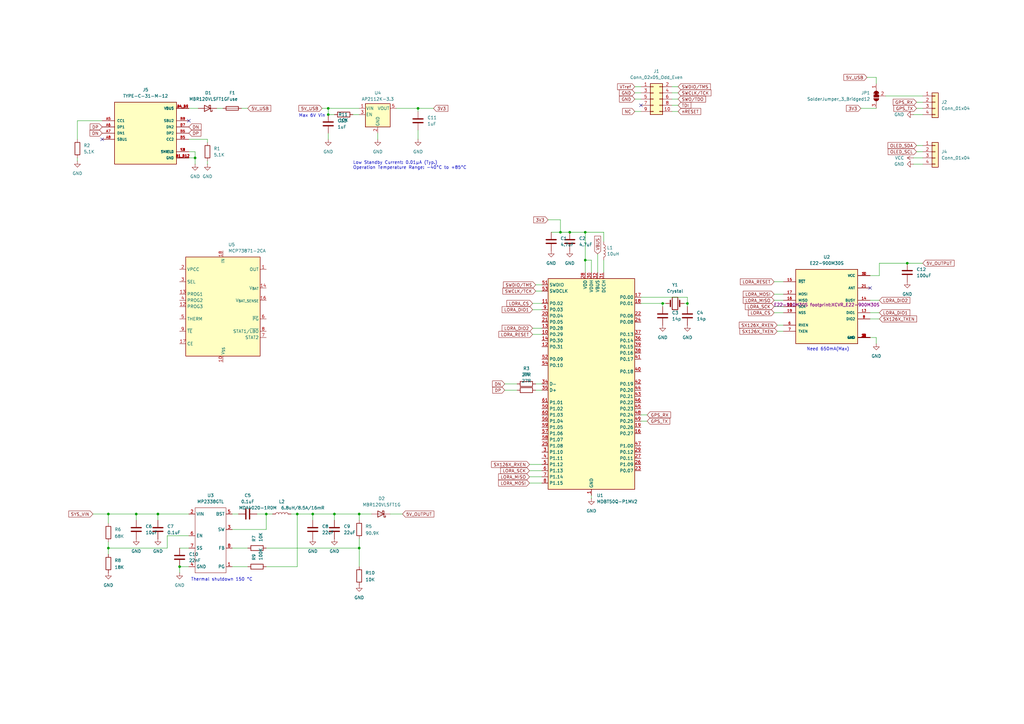
<source format=kicad_sch>
(kicad_sch (version 20231120) (generator "eeschema") (generator_version "8.0")
  (paper "A3")
  (lib_symbols
    (symbol "Battery_Management:MCP73871-2CA"
      (property "Reference" "U" (at -7.62 24.13 0))
      (property "Value" "MCP73871-2CA" (at -15.24 21.59 0))
      (symbol "MCP73871-2CA_0_1"
        (rectangle (start -15.24 20.32) (end 15.24 -20.32) (stroke (width 0.254)) (fill (type background)))
      )
      (symbol "MCP73871-2CA_1_1"
        (pin power_out line (at 17.78 15.24 180) (length 2.54) (name "OUT") (number "1"))
        (pin power_in line (at 0 -22.86 90) (length 2.54) (name "V_{SS}") (number "10"))
        (pin passive line (at 0 -22.86 90) (length 2.54) hide (name "V_{SS}") (number "11"))
        (pin bidirectional line (at -17.78 0 0) (length 2.54) (name "PROG3") (number "12"))
        (pin bidirectional line (at -17.78 5.08 0) (length 2.54) (name "PROG1") (number "13"))
        (pin power_out line (at 17.78 7.62 180) (length 2.54) (name "V_{BAT}") (number "14"))
        (pin passive line (at 17.78 7.62 180) (length 2.54) hide (name "V_{BAT}") (number "15"))
        (pin input line (at 17.78 2.54 180) (length 2.54) (name "V_{BAT_SENSE}") (number "16"))
        (pin input line (at -17.78 -15.24 0) (length 2.54) (name "CE") (number "17"))
        (pin power_in line (at 0 22.86 270) (length 2.54) (name "IN") (number "18"))
        (pin passive line (at 0 22.86 270) (length 2.54) hide (name "IN") (number "19"))
        (pin input line (at -17.78 15.24 0) (length 2.54) (name "VPCC") (number "2"))
        (pin passive line (at 17.78 15.24 180) (length 2.54) hide (name "OUT") (number "20"))
        (pin passive line (at 0 -22.86 90) (length 2.54) hide (name "V_{SS}") (number "21"))
        (pin input line (at -17.78 10.16 0) (length 2.54) (name "SEL") (number "3"))
        (pin input line (at -17.78 2.54 0) (length 2.54) (name "PROG2") (number "4"))
        (pin bidirectional line (at -17.78 -5.08 0) (length 2.54) (name "THERM") (number "5"))
        (pin open_collector line (at 17.78 -5.08 180) (length 2.54) (name "~{PG}") (number "6"))
        (pin open_collector line (at 17.78 -12.7 180) (length 2.54) (name "STAT2") (number "7"))
        (pin open_collector line (at 17.78 -10.16 180) (length 2.54) (name "STAT1/~{LBO}") (number "8"))
        (pin input line (at -17.78 -10.16 0) (length 2.54) (name "~{TE}") (number "9"))
      )
    )
    (symbol "Connector_Generic:Conn_01x04" (pin_names (offset 1.016) hide)
      (property "Reference" "J" (at 0 5.08 0))
      (property "Value" "Conn_01x04" (at 0 -7.62 0))
      (symbol "Conn_01x04_1_1"
        (rectangle (start -1.27 -4.953) (end 0 -5.207) (stroke (width 0.1524)))
        (rectangle (start -1.27 -2.413) (end 0 -2.667) (stroke (width 0.1524)))
        (rectangle (start -1.27 0.127) (end 0 -0.127) (stroke (width 0.1524)))
        (rectangle (start -1.27 2.667) (end 0 2.413) (stroke (width 0.1524)))
        (rectangle (start -1.27 3.81) (end 1.27 -6.35) (stroke (width 0.254)) (fill (type background)))
        (pin passive line (at -5.08 2.54 0) (length 3.81) (name "Pin_1") (number "1"))
        (pin passive line (at -5.08 0 0) (length 3.81) (name "Pin_2") (number "2"))
        (pin passive line (at -5.08 -2.54 0) (length 3.81) (name "Pin_3") (number "3"))
        (pin passive line (at -5.08 -5.08 0) (length 3.81) (name "Pin_4") (number "4"))
      )
    )
    (symbol "Connector_Generic:Conn_02x05_Odd_Even" (pin_names (offset 1.016) hide)
      (property "Reference" "J" (at 1.27 7.62 0))
      (property "Value" "Conn_02x05_Odd_Even" (at 1.27 -7.62 0))
      (symbol "Conn_02x05_Odd_Even_1_1"
        (rectangle (start -1.27 -4.953) (end 0 -5.207) (stroke (width 0.1524)))
        (rectangle (start -1.27 -2.413) (end 0 -2.667) (stroke (width 0.1524)))
        (rectangle (start -1.27 0.127) (end 0 -0.127) (stroke (width 0.1524)))
        (rectangle (start -1.27 2.667) (end 0 2.413) (stroke (width 0.1524)))
        (rectangle (start -1.27 5.207) (end 0 4.953) (stroke (width 0.1524)))
        (rectangle (start -1.27 6.35) (end 3.81 -6.35) (stroke (width 0.254)) (fill (type background)))
        (rectangle (start 3.81 -4.953) (end 2.54 -5.207) (stroke (width 0.1524)))
        (rectangle (start 3.81 -2.413) (end 2.54 -2.667) (stroke (width 0.1524)))
        (rectangle (start 3.81 0.127) (end 2.54 -0.127) (stroke (width 0.1524)))
        (rectangle (start 3.81 2.667) (end 2.54 2.413) (stroke (width 0.1524)))
        (rectangle (start 3.81 5.207) (end 2.54 4.953) (stroke (width 0.1524)))
        (pin passive line (at -5.08 5.08 0) (length 3.81) (name "Pin_1") (number "1"))
        (pin passive line (at 7.62 -5.08 180) (length 3.81) (name "Pin_10") (number "10"))
        (pin passive line (at 7.62 5.08 180) (length 3.81) (name "Pin_2") (number "2"))
        (pin passive line (at -5.08 2.54 0) (length 3.81) (name "Pin_3") (number "3"))
        (pin passive line (at 7.62 2.54 180) (length 3.81) (name "Pin_4") (number "4"))
        (pin passive line (at -5.08 0 0) (length 3.81) (name "Pin_5") (number "5"))
        (pin passive line (at 7.62 0 180) (length 3.81) (name "Pin_6") (number "6"))
        (pin passive line (at -5.08 -2.54 0) (length 3.81) (name "Pin_7") (number "7"))
        (pin passive line (at 7.62 -2.54 180) (length 3.81) (name "Pin_8") (number "8"))
        (pin passive line (at -5.08 -5.08 0) (length 3.81) (name "Pin_9") (number "9"))
      )
    )
    (symbol "Device:C" (pin_numbers hide) (pin_names (offset 0.254))
      (property "Reference" "C" (at 0.635 2.54 0))
      (property "Value" "C" (at 0.635 -2.54 0))
      (symbol "C_0_1"
        (polyline (pts (xy -2.032 -0.762) (xy 2.032 -0.762)) (stroke (width 0.508)))
        (polyline (pts (xy -2.032 0.762) (xy 2.032 0.762)) (stroke (width 0.508)))
      )
      (symbol "C_1_1"
        (pin passive line (at 0 3.81 270) (length 2.794) (name "~") (number "1"))
        (pin passive line (at 0 -3.81 90) (length 2.794) (name "~") (number "2"))
      )
    )
    (symbol "Device:Crystal" (pin_numbers hide) (pin_names (offset 1.016) hide)
      (property "Reference" "Y" (at 0 3.81 0))
      (property "Value" "Crystal" (at 0 -3.81 0))
      (symbol "Crystal_0_1"
        (rectangle (start -1.143 2.54) (end 1.143 -2.54) (stroke (width 0.3048)))
        (polyline (pts (xy -2.54 0) (xy -1.905 0)))
        (polyline (pts (xy -1.905 -1.27) (xy -1.905 1.27)) (stroke (width 0.508)))
        (polyline (pts (xy 1.905 -1.27) (xy 1.905 1.27)) (stroke (width 0.508)))
        (polyline (pts (xy 2.54 0) (xy 1.905 0)))
      )
      (symbol "Crystal_1_1"
        (pin passive line (at -3.81 0 0) (length 1.27) (name "1") (number "1"))
        (pin passive line (at 3.81 0 180) (length 1.27) (name "2") (number "2"))
      )
    )
    (symbol "Device:D_Schottky" (pin_numbers hide) (pin_names (offset 1.016) hide)
      (property "Reference" "D" (at 0 2.54 0))
      (property "Value" "D_Schottky" (at 0 -2.54 0))
      (symbol "D_Schottky_0_1"
        (polyline (pts (xy 1.27 0) (xy -1.27 0)))
        (polyline (pts (xy 1.27 1.27) (xy 1.27 -1.27) (xy -1.27 0) (xy 1.27 1.27)) (stroke (width 0.254)))
        (polyline (pts (xy -1.905 0.635) (xy -1.905 1.27) (xy -1.27 1.27) (xy -1.27 -1.27) (xy -0.635 -1.27) (xy -0.635 -0.635)) (stroke (width 0.254)))
      )
      (symbol "D_Schottky_1_1"
        (pin passive line (at -3.81 0 0) (length 2.54) (name "K") (number "1"))
        (pin passive line (at 3.81 0 180) (length 2.54) (name "A") (number "2"))
      )
    )
    (symbol "Device:Fuse" (pin_numbers hide) (pin_names (offset 0))
      (property "Reference" "F" (at 2.032 0 90))
      (property "Value" "Fuse" (at -1.905 0 90))
      (symbol "Fuse_0_1"
        (rectangle (start -0.762 -2.54) (end 0.762 2.54) (stroke (width 0.254)))
        (polyline (pts (xy 0 2.54) (xy 0 -2.54)))
      )
      (symbol "Fuse_1_1"
        (pin passive line (at 0 3.81 270) (length 1.27) (name "~") (number "1"))
        (pin passive line (at 0 -3.81 90) (length 1.27) (name "~") (number "2"))
      )
    )
    (symbol "Device:L" (pin_numbers hide) (pin_names (offset 1.016) hide)
      (property "Reference" "L" (at -1.27 0 90))
      (property "Value" "L" (at 1.905 0 90))
      (symbol "L_0_1"
        (arc (start 0 -2.54) (mid 0.6323 -1.905) (end 0 -1.27))
        (arc (start 0 -1.27) (mid 0.6323 -0.635) (end 0 0))
        (arc (start 0 0) (mid 0.6323 0.635) (end 0 1.27))
        (arc (start 0 1.27) (mid 0.6323 1.905) (end 0 2.54))
      )
      (symbol "L_1_1"
        (pin passive line (at 0 3.81 270) (length 1.27) (name "1") (number "1"))
        (pin passive line (at 0 -3.81 90) (length 1.27) (name "2") (number "2"))
      )
    )
    (symbol "Device:R" (pin_numbers hide) (pin_names (offset 0))
      (property "Reference" "R" (at 2.032 0 90))
      (property "Value" "R" (at 0 0 90))
      (symbol "R_0_1"
        (rectangle (start -1.016 -2.54) (end 1.016 2.54) (stroke (width 0.254)))
      )
      (symbol "R_1_1"
        (pin passive line (at 0 3.81 270) (length 1.27) (name "~") (number "1"))
        (pin passive line (at 0 -3.81 90) (length 1.27) (name "~") (number "2"))
      )
    )
    (symbol "E22-900M30S:E22-900M30S" (pin_names (offset 1.016))
      (property "Reference" "U" (at -12.7 16.002 0))
      (property "Value" "E22-900M30S" (at -12.7 -17.78 0))
      (symbol "E22-900M30S_0_0"
        (rectangle (start -12.7 -15.24) (end 12.7 15.24) (stroke (width 0.254)) (fill (type background)))
        (pin power_in line (at 17.78 -12.7 180) (length 5.08) (name "GND") (number "1"))
        (pin power_in line (at 17.78 12.7 180) (length 5.08) (name "VCC") (number "10"))
        (pin power_in line (at 17.78 -12.7 180) (length 5.08) (name "GND") (number "11"))
        (pin power_in line (at 17.78 -12.7 180) (length 5.08) (name "GND") (number "12"))
        (pin bidirectional line (at 17.78 -2.54 180) (length 5.08) (name "DIO1") (number "13"))
        (pin output line (at 17.78 2.54 180) (length 5.08) (name "BUSY") (number "14"))
        (pin input line (at -17.78 10.16 0) (length 5.08) (name "~{RST}") (number "15"))
        (pin output line (at -17.78 2.54 0) (length 5.08) (name "MISO") (number "16"))
        (pin input line (at -17.78 5.08 0) (length 5.08) (name "MOSI") (number "17"))
        (pin input line (at -17.78 0 0) (length 5.08) (name "SCK") (number "18"))
        (pin input line (at -17.78 -2.54 0) (length 5.08) (name "NSS") (number "19"))
        (pin power_in line (at 17.78 -12.7 180) (length 5.08) (name "GND") (number "2"))
        (pin power_in line (at 17.78 -12.7 180) (length 5.08) (name "GND") (number "20"))
        (pin output line (at 17.78 7.62 180) (length 5.08) (name "ANT") (number "21"))
        (pin power_in line (at 17.78 -12.7 180) (length 5.08) (name "GND") (number "22"))
        (pin power_in line (at 17.78 -12.7 180) (length 5.08) (name "GND") (number "3"))
        (pin power_in line (at 17.78 -12.7 180) (length 5.08) (name "GND") (number "4"))
        (pin power_in line (at 17.78 -12.7 180) (length 5.08) (name "GND") (number "5"))
        (pin input line (at -17.78 -7.62 0) (length 5.08) (name "RXEN") (number "6"))
        (pin input line (at -17.78 -10.16 0) (length 5.08) (name "TXEN") (number "7"))
        (pin bidirectional line (at 17.78 -5.08 180) (length 5.08) (name "DIO2") (number "8"))
        (pin power_in line (at 17.78 12.7 180) (length 5.08) (name "VCC") (number "9"))
      )
    )
    (symbol "Jumper:SolderJumper_3_Bridged12" (pin_names (offset 0) hide) (exclude_from_sim yes) (in_bom no)
      (property "Reference" "JP" (at -2.54 -2.54 0))
      (property "Value" "SolderJumper_3_Bridged12" (at 0 2.794 0))
      (symbol "SolderJumper_3_Bridged12_0_1"
        (rectangle (start -1.016 0.508) (end -0.508 -0.508) (fill (type outline)))
        (arc (start -1.016 1.016) (mid -2.0276 0) (end -1.016 -1.016))
        (arc (start -1.016 1.016) (mid -2.0276 0) (end -1.016 -1.016) (fill (type outline)))
        (rectangle (start -0.508 1.016) (end 0.508 -1.016) (fill (type outline)))
        (polyline (pts (xy -2.54 0) (xy -2.032 0)))
        (polyline (pts (xy -1.016 1.016) (xy -1.016 -1.016)))
        (polyline (pts (xy 0 -1.27) (xy 0 -1.016)))
        (polyline (pts (xy 1.016 1.016) (xy 1.016 -1.016)))
        (polyline (pts (xy 2.54 0) (xy 2.032 0)))
        (arc (start 1.016 -1.016) (mid 2.0276 0) (end 1.016 1.016))
        (arc (start 1.016 -1.016) (mid 2.0276 0) (end 1.016 1.016) (fill (type outline)))
      )
      (symbol "SolderJumper_3_Bridged12_1_1"
        (pin passive line (at -5.08 0 0) (length 2.54) (name "A") (number "1"))
        (pin passive line (at 0 -3.81 90) (length 2.54) (name "C") (number "2"))
        (pin passive line (at 5.08 0 180) (length 2.54) (name "B") (number "3"))
      )
    )
    (symbol "RF_Module:MDBT50Q-P1MV2"
      (property "Reference" "U" (at 0 0 0))
      (property "Value" "MDBT50Q-P1MV2" (at 0 -2.54 0))
      (symbol "MDBT50Q-P1MV2_0_1"
        (rectangle (start -17.78 43.18) (end 17.78 -43.18) (stroke (width 0.254)) (fill (type background)))
      )
      (symbol "MDBT50Q-P1MV2_1_1"
        (pin power_in line (at 0 -45.72 90) (length 2.54) (name "GND") (number "1"))
        (pin bidirectional line (at -20.32 20.32 0) (length 2.54) (name "P0.29") (number "10"))
        (pin bidirectional line (at -20.32 33.02 0) (length 2.54) (name "P0.02") (number "11"))
        (pin bidirectional line (at -20.32 15.24 0) (length 2.54) (name "P0.31") (number "12"))
        (pin bidirectional line (at -20.32 22.86 0) (length 2.54) (name "P0.28") (number "13"))
        (pin bidirectional line (at -20.32 17.78 0) (length 2.54) (name "P0.30") (number "14"))
        (pin passive line (at 0 -45.72 90) (length 2.54) hide (name "GND") (number "15"))
        (pin bidirectional line (at 20.32 -20.32 180) (length 2.54) (name "P0.27") (number "16"))
        (pin bidirectional line (at 20.32 35.56 180) (length 2.54) (name "P0.00") (number "17"))
        (pin bidirectional line (at 20.32 33.02 180) (length 2.54) (name "P0.01") (number "18"))
        (pin bidirectional line (at 20.32 -17.78 180) (length 2.54) (name "P0.26") (number "19"))
        (pin passive line (at 0 -45.72 90) (length 2.54) hide (name "GND") (number "2"))
        (pin bidirectional line (at -20.32 27.94 0) (length 2.54) (name "P0.04") (number "20"))
        (pin bidirectional line (at -20.32 25.4 0) (length 2.54) (name "P0.05") (number "21"))
        (pin bidirectional line (at 20.32 27.94 180) (length 2.54) (name "P0.06") (number "22"))
        (pin bidirectional line (at 20.32 -35.56 180) (length 2.54) (name "P0.07") (number "23"))
        (pin bidirectional line (at 20.32 25.4 180) (length 2.54) (name "P0.08") (number "24"))
        (pin bidirectional line (at -20.32 -25.4 0) (length 2.54) (name "P1.08") (number "25"))
        (pin bidirectional line (at 20.32 -33.02 180) (length 2.54) (name "P1.09") (number "26"))
        (pin bidirectional line (at 20.32 -30.48 180) (length 2.54) (name "P0.11") (number "27"))
        (pin power_in line (at -2.54 45.72 270) (length 2.54) (name "VDD") (number "28"))
        (pin bidirectional line (at 20.32 -27.94 180) (length 2.54) (name "P0.12") (number "29"))
        (pin bidirectional line (at -20.32 -27.94 0) (length 2.54) (name "P1.10") (number "3"))
        (pin power_in line (at 0 45.72 270) (length 2.54) (name "VDDH") (number "30"))
        (pin power_out line (at 5.08 45.72 270) (length 2.54) (name "DCCH") (number "31"))
        (pin power_in line (at 2.54 45.72 270) (length 2.54) (name "VBUS") (number "32"))
        (pin passive line (at 0 -45.72 90) (length 2.54) hide (name "GND") (number "33"))
        (pin bidirectional line (at -20.32 0 0) (length 2.54) (name "D-") (number "34"))
        (pin bidirectional line (at -20.32 -2.54 0) (length 2.54) (name "D+") (number "35"))
        (pin bidirectional line (at 20.32 17.78 180) (length 2.54) (name "P0.14") (number "36"))
        (pin bidirectional line (at 20.32 20.32 180) (length 2.54) (name "P0.13") (number "37"))
        (pin bidirectional line (at 20.32 12.7 180) (length 2.54) (name "P0.16") (number "38"))
        (pin bidirectional line (at 20.32 15.24 180) (length 2.54) (name "P0.15") (number "39"))
        (pin bidirectional line (at -20.32 -30.48 0) (length 2.54) (name "P1.11") (number "4"))
        (pin bidirectional line (at 20.32 5.08 180) (length 2.54) (name "P0.18") (number "40"))
        (pin bidirectional line (at 20.32 10.16 180) (length 2.54) (name "P0.17") (number "41"))
        (pin bidirectional line (at 20.32 0 180) (length 2.54) (name "P0.19") (number "42"))
        (pin bidirectional line (at 20.32 -5.08 180) (length 2.54) (name "P0.21") (number "43"))
        (pin bidirectional line (at 20.32 -2.54 180) (length 2.54) (name "P0.20") (number "44"))
        (pin bidirectional line (at 20.32 -10.16 180) (length 2.54) (name "P0.23") (number "45"))
        (pin bidirectional line (at 20.32 -7.62 180) (length 2.54) (name "P0.22") (number "46"))
        (pin bidirectional line (at 20.32 -25.4 180) (length 2.54) (name "P1.00") (number "47"))
        (pin bidirectional line (at 20.32 -12.7 180) (length 2.54) (name "P0.24") (number "48"))
        (pin bidirectional line (at 20.32 -15.24 180) (length 2.54) (name "P0.25") (number "49"))
        (pin bidirectional line (at -20.32 -33.02 0) (length 2.54) (name "P1.12") (number "5"))
        (pin bidirectional line (at -20.32 -10.16 0) (length 2.54) (name "P1.02") (number "50"))
        (pin bidirectional line (at -20.32 40.64 0) (length 2.54) (name "SWDIO") (number "51"))
        (pin bidirectional line (at -20.32 10.16 0) (length 2.54) (name "P0.09") (number "52"))
        (pin input line (at -20.32 38.1 0) (length 2.54) (name "SWDCLK") (number "53"))
        (pin bidirectional line (at -20.32 7.62 0) (length 2.54) (name "P0.10") (number "54"))
        (pin passive line (at 0 -45.72 90) (length 2.54) hide (name "GND") (number "55"))
        (pin bidirectional line (at -20.32 -15.24 0) (length 2.54) (name "P1.04") (number "56"))
        (pin bidirectional line (at -20.32 -20.32 0) (length 2.54) (name "P1.06") (number "57"))
        (pin bidirectional line (at -20.32 -22.86 0) (length 2.54) (name "P1.07") (number "58"))
        (pin bidirectional line (at -20.32 -17.78 0) (length 2.54) (name "P1.05") (number "59"))
        (pin bidirectional line (at -20.32 -35.56 0) (length 2.54) (name "P1.13") (number "6"))
        (pin bidirectional line (at -20.32 -12.7 0) (length 2.54) (name "P1.03") (number "60"))
        (pin bidirectional line (at -20.32 -7.62 0) (length 2.54) (name "P1.01") (number "61"))
        (pin bidirectional line (at -20.32 -38.1 0) (length 2.54) (name "P1.14") (number "7"))
        (pin bidirectional line (at -20.32 -40.64 0) (length 2.54) (name "P1.15") (number "8"))
        (pin bidirectional line (at -20.32 30.48 0) (length 2.54) (name "P0.03") (number "9"))
      )
    )
    (symbol "Regulator_Linear:AP2112K-3.3" (pin_names (offset 0.254))
      (property "Reference" "U" (at -5.08 5.715 0))
      (property "Value" "AP2112K-3.3" (at 0 5.715 0))
      (symbol "AP2112K-3.3_0_1"
        (rectangle (start -5.08 4.445) (end 5.08 -5.08) (stroke (width 0.254)) (fill (type background)))
      )
      (symbol "AP2112K-3.3_1_1"
        (pin power_in line (at -7.62 2.54 0) (length 2.54) (name "VIN") (number "1"))
        (pin power_in line (at 0 -7.62 90) (length 2.54) (name "GND") (number "2"))
        (pin input line (at -7.62 0 0) (length 2.54) (name "EN") (number "3"))
        (pin no_connect line (at 5.08 0 180) (length 2.54) hide (name "NC") (number "4"))
        (pin power_out line (at 7.62 2.54 180) (length 2.54) (name "VOUT") (number "5"))
      )
    )
    (symbol "Regulator_Switching:MP2338"
      (property "Reference" "U" (at 3.302 5.588 0))
      (property "Value" "MP2338GTL" (at 0 0 0))
      (symbol "MP2338_0_1"
        (rectangle (start 2.54 2.54) (end 15.24 -24.13))
      )
      (symbol "MP2338_1_1"
        (pin input line (at 17.78 -21.59 180) (length 2.54) (name "PG") (number "1"))
        (pin input line (at 0 0 0) (length 2.54) (name "VIN") (number "2"))
        (pin input line (at 17.78 -6.35 180) (length 2.54) (name "SW") (number "3"))
        (pin input line (at 0 -21.59 0) (length 2.54) (name "GND") (number "4"))
        (pin input line (at 17.78 0 180) (length 2.54) (name "BST") (number "5"))
        (pin input line (at 0 -8.89 0) (length 2.54) (name "EN") (number "6"))
        (pin input line (at 0 -13.97 0) (length 2.54) (name "SS") (number "7"))
        (pin input line (at 17.78 -13.97 180) (length 2.54) (name "FB") (number "8"))
      )
    )
    (symbol "TYPE-C-31-M-12:TYPE-C-31-M-12" (pin_names (offset 1.016))
      (property "Reference" "J" (at -12.7 13.462 0))
      (property "Value" "TYPE-C-31-M-12" (at -12.7 -13.462 0))
      (symbol "TYPE-C-31-M-12_0_0"
        (rectangle (start -12.7 -12.7) (end 12.7 12.7) (stroke (width 0.254)) (fill (type background)))
        (pin power_in line (at 17.78 -10.16 180) (length 5.08) (name "GND") (number "A1_B12"))
        (pin power_in line (at 17.78 10.16 180) (length 5.08) (name "VBUS") (number "A4_B9"))
        (pin bidirectional line (at -17.78 5.08 0) (length 5.08) (name "CC1") (number "A5"))
        (pin bidirectional line (at -17.78 2.54 0) (length 5.08) (name "DP1") (number "A6"))
        (pin bidirectional line (at -17.78 0 0) (length 5.08) (name "DN1") (number "A7"))
        (pin bidirectional line (at -17.78 -2.54 0) (length 5.08) (name "SBU1") (number "A8"))
        (pin power_in line (at 17.78 -10.16 180) (length 5.08) (name "GND") (number "B1_A12"))
        (pin power_in line (at 17.78 10.16 180) (length 5.08) (name "VBUS") (number "B4_A9"))
        (pin bidirectional line (at 17.78 -2.54 180) (length 5.08) (name "CC2") (number "B5"))
        (pin bidirectional line (at 17.78 0 180) (length 5.08) (name "DP2") (number "B6"))
        (pin bidirectional line (at 17.78 2.54 180) (length 5.08) (name "DN2") (number "B7"))
        (pin bidirectional line (at 17.78 5.08 180) (length 5.08) (name "SBU2") (number "B8"))
        (pin passive line (at 17.78 -7.62 180) (length 5.08) (name "SHIELD") (number "S1"))
        (pin passive line (at 17.78 -7.62 180) (length 5.08) (name "SHIELD") (number "S2"))
        (pin passive line (at 17.78 -7.62 180) (length 5.08) (name "SHIELD") (number "S3"))
        (pin passive line (at 17.78 -7.62 180) (length 5.08) (name "SHIELD") (number "S4"))
      )
    )
    (symbol "power:GND" (power) (pin_numbers hide) (pin_names (offset 0) hide)
      (property "Value" "GND" (at 0 -3.81 0))
      (symbol "GND_0_1"
        (polyline (pts (xy 0 0) (xy 0 -1.27) (xy 1.27 -1.27) (xy 0 -2.54) (xy -1.27 -1.27) (xy 0 -1.27)))
      )
      (symbol "GND_1_1"
        (pin power_in line (at 0 0 270) (length 0) (name "~") (number "1"))
      )
    )
    (symbol "power:VCC" (power) (pin_numbers hide) (pin_names (offset 0) hide)
      (property "Value" "VCC" (at 0 3.556 0))
      (symbol "VCC_0_1"
        (polyline (pts (xy -0.762 1.27) (xy 0 2.54)))
        (polyline (pts (xy 0 0) (xy 0 2.54)))
        (polyline (pts (xy 0 2.54) (xy 0.762 1.27)))
      )
      (symbol "VCC_1_1"
        (pin power_in line (at 0 0 90) (length 0) (name "~") (number "1"))
      )
    )
  )
  (junction (at 73.66 232.41))
  (junction (at 372.11 107.95))
  (junction (at 171.45 44.45))
  (junction (at 240.03 95.25))
  (junction (at 271.78 124.46))
  (junction (at 44.45 224.79))
  (junction (at 281.94 124.46))
  (junction (at 137.16 210.82))
  (junction (at 64.77 210.82))
  (junction (at 80.01 64.77))
  (junction (at 44.45 210.82))
  (junction (at 55.88 210.82))
  (junction (at 128.27 210.82))
  (junction (at 229.87 95.25))
  (junction (at 233.68 95.25))
  (junction (at 147.32 224.79))
  (junction (at 147.32 210.82))
  (junction (at 134.62 44.45))
  (junction (at 134.62 46.99))
  (junction (at 240.03 106.68))
  (junction (at 121.92 210.82))
  (junction (at 109.22 210.82))
  (no_connect (at 77.47 49.53))
  (no_connect (at 41.91 57.15))
  (no_connect (at 356.87 118.11))
  (no_connect (at 262.89 43.18))
  (wire (pts (xy 233.68 95.25) (xy 240.03 95.25)))
  (wire (pts (xy 240.03 106.68) (xy 242.57 106.68)))
  (wire (pts (xy 73.66 224.79) (xy 77.47 224.79)))
  (wire (pts (xy 147.32 224.79) (xy 147.32 232.41)))
  (wire (pts (xy 109.22 224.79) (xy 147.32 224.79)))
  (wire (pts (xy 262.89 124.46) (xy 271.78 124.46)))
  (wire (pts (xy 217.17 195.58) (xy 222.25 195.58)))
  (wire (pts (xy 121.92 232.41) (xy 121.92 210.82)))
  (wire (pts (xy 31.75 57.15) (xy 31.75 49.53)))
  (wire (pts (xy 64.77 210.82) (xy 77.47 210.82)))
  (wire (pts (xy 217.17 198.12) (xy 222.25 198.12)))
  (wire (pts (xy 217.17 193.04) (xy 222.25 193.04)))
  (wire (pts (xy 162.56 44.45) (xy 171.45 44.45)))
  (wire (pts (xy 132.08 44.45) (xy 134.62 44.45)))
  (wire (pts (xy 240.03 95.25) (xy 247.65 95.25)))
  (wire (pts (xy 171.45 44.45) (xy 171.45 45.72)))
  (wire (pts (xy 278.13 45.72) (xy 275.59 45.72)))
  (wire (pts (xy 260.35 40.64) (xy 262.89 40.64)))
  (wire (pts (xy 317.5 125.73) (xy 321.31 125.73)))
  (wire (pts (xy 281.94 121.92) (xy 262.89 121.92)))
  (wire (pts (xy 73.66 232.41) (xy 77.47 232.41)))
  (wire (pts (xy 68.58 219.71) (xy 68.58 224.79)))
  (wire (pts (xy 77.47 62.23) (xy 80.01 62.23)))
  (wire (pts (xy 360.68 123.19) (xy 356.87 123.19)))
  (wire (pts (xy 281.94 124.46) (xy 281.94 125.73)))
  (wire (pts (xy 317.5 115.57) (xy 321.31 115.57)))
  (wire (pts (xy 95.25 224.79) (xy 101.6 224.79)))
  (wire (pts (xy 240.03 106.68) (xy 240.03 111.76)))
  (wire (pts (xy 109.22 232.41) (xy 121.92 232.41)))
  (wire (pts (xy 278.13 43.18) (xy 275.59 43.18)))
  (wire (pts (xy 207.01 160.02) (xy 212.09 160.02)))
  (wire (pts (xy 101.6 44.45) (xy 99.06 44.45)))
  (wire (pts (xy 356.87 128.27) (xy 360.68 128.27)))
  (wire (pts (xy 372.11 107.95) (xy 378.46 107.95)))
  (wire (pts (xy 218.44 124.46) (xy 222.25 124.46)))
  (wire (pts (xy 219.71 157.48) (xy 222.25 157.48)))
  (wire (pts (xy 217.17 190.5) (xy 222.25 190.5)))
  (wire (pts (xy 375.92 59.69) (xy 378.46 59.69)))
  (wire (pts (xy 265.43 172.72) (xy 262.89 172.72)))
  (wire (pts (xy 85.09 57.15) (xy 85.09 58.42)))
  (wire (pts (xy 260.35 45.72) (xy 262.89 45.72)))
  (wire (pts (xy 134.62 54.61) (xy 134.62 57.15)))
  (wire (pts (xy 88.9 44.45) (xy 91.44 44.45)))
  (wire (pts (xy 38.1 210.82) (xy 44.45 210.82)))
  (wire (pts (xy 77.47 219.71) (xy 68.58 219.71)))
  (wire (pts (xy 31.75 49.53) (xy 41.91 49.53)))
  (wire (pts (xy 77.47 64.77) (xy 80.01 64.77)))
  (wire (pts (xy 356.87 138.43) (xy 359.41 138.43)))
  (wire (pts (xy 109.22 210.82) (xy 109.22 217.17)))
  (wire (pts (xy 374.65 46.99) (xy 378.46 46.99)))
  (wire (pts (xy 317.5 123.19) (xy 321.31 123.19)))
  (wire (pts (xy 80.01 62.23) (xy 80.01 64.77)))
  (wire (pts (xy 73.66 234.95) (xy 73.66 232.41)))
  (wire (pts (xy 144.78 46.99) (xy 147.32 46.99)))
  (wire (pts (xy 219.71 160.02) (xy 222.25 160.02)))
  (wire (pts (xy 318.77 133.35) (xy 321.31 133.35)))
  (wire (pts (xy 260.35 38.1) (xy 262.89 38.1)))
  (wire (pts (xy 95.25 217.17) (xy 109.22 217.17)))
  (wire (pts (xy 247.65 106.68) (xy 247.65 111.76)))
  (wire (pts (xy 317.5 120.65) (xy 321.31 120.65)))
  (wire (pts (xy 55.88 210.82) (xy 55.88 213.36)))
  (wire (pts (xy 44.45 210.82) (xy 55.88 210.82)))
  (wire (pts (xy 137.16 210.82) (xy 137.16 213.36)))
  (wire (pts (xy 226.06 95.25) (xy 229.87 95.25)))
  (wire (pts (xy 355.6 31.75) (xy 359.41 31.75)))
  (wire (pts (xy 64.77 210.82) (xy 64.77 213.36)))
  (wire (pts (xy 374.65 64.77) (xy 378.46 64.77)))
  (wire (pts (xy 242.57 106.68) (xy 242.57 111.76)))
  (wire (pts (xy 31.75 64.77) (xy 31.75 66.04)))
  (wire (pts (xy 278.13 40.64) (xy 275.59 40.64)))
  (wire (pts (xy 160.02 210.82) (xy 165.1 210.82)))
  (wire (pts (xy 240.03 95.25) (xy 240.03 106.68)))
  (wire (pts (xy 95.25 232.41) (xy 101.6 232.41)))
  (wire (pts (xy 44.45 222.25) (xy 44.45 224.79)))
  (wire (pts (xy 242.57 203.2) (xy 242.57 204.47)))
  (wire (pts (xy 219.71 116.84) (xy 222.25 116.84)))
  (wire (pts (xy 105.41 210.82) (xy 109.22 210.82)))
  (wire (pts (xy 119.38 210.82) (xy 121.92 210.82)))
  (wire (pts (xy 171.45 57.15) (xy 171.45 53.34)))
  (wire (pts (xy 229.87 95.25) (xy 233.68 95.25)))
  (wire (pts (xy 317.5 128.27) (xy 321.31 128.27)))
  (wire (pts (xy 280.67 124.46) (xy 281.94 124.46)))
  (wire (pts (xy 229.87 90.17) (xy 229.87 95.25)))
  (wire (pts (xy 134.62 44.45) (xy 134.62 46.99)))
  (wire (pts (xy 77.47 57.15) (xy 85.09 57.15)))
  (wire (pts (xy 147.32 210.82) (xy 137.16 210.82)))
  (wire (pts (xy 218.44 127) (xy 222.25 127)))
  (wire (pts (xy 147.32 210.82) (xy 152.4 210.82)))
  (wire (pts (xy 218.44 134.62) (xy 222.25 134.62)))
  (wire (pts (xy 360.68 107.95) (xy 360.68 113.03)))
  (wire (pts (xy 375.92 44.45) (xy 378.46 44.45)))
  (wire (pts (xy 247.65 95.25) (xy 247.65 99.06)))
  (wire (pts (xy 128.27 210.82) (xy 137.16 210.82)))
  (wire (pts (xy 356.87 130.81) (xy 360.68 130.81)))
  (wire (pts (xy 218.44 137.16) (xy 222.25 137.16)))
  (wire (pts (xy 281.94 124.46) (xy 281.94 121.92)))
  (wire (pts (xy 271.78 124.46) (xy 273.05 124.46)))
  (wire (pts (xy 55.88 210.82) (xy 64.77 210.82)))
  (wire (pts (xy 68.58 224.79) (xy 44.45 224.79)))
  (wire (pts (xy 44.45 214.63) (xy 44.45 210.82)))
  (wire (pts (xy 85.09 66.04) (xy 85.09 67.31)))
  (wire (pts (xy 374.65 67.31) (xy 378.46 67.31)))
  (wire (pts (xy 318.77 135.89) (xy 321.31 135.89)))
  (wire (pts (xy 219.71 119.38) (xy 222.25 119.38)))
  (wire (pts (xy 359.41 31.75) (xy 359.41 34.29)))
  (wire (pts (xy 375.92 41.91) (xy 378.46 41.91)))
  (wire (pts (xy 121.92 210.82) (xy 128.27 210.82)))
  (wire (pts (xy 171.45 44.45) (xy 177.8 44.45)))
  (wire (pts (xy 260.35 35.56) (xy 262.89 35.56)))
  (wire (pts (xy 363.22 39.37) (xy 378.46 39.37)))
  (wire (pts (xy 353.06 44.45) (xy 359.41 44.45)))
  (wire (pts (xy 360.68 107.95) (xy 372.11 107.95)))
  (wire (pts (xy 147.32 220.98) (xy 147.32 224.79)))
  (wire (pts (xy 207.01 157.48) (xy 212.09 157.48)))
  (wire (pts (xy 278.13 35.56) (xy 275.59 35.56)))
  (wire (pts (xy 95.25 210.82) (xy 97.79 210.82)))
  (wire (pts (xy 154.94 57.15) (xy 154.94 54.61)))
  (wire (pts (xy 224.79 90.17) (xy 229.87 90.17)))
  (wire (pts (xy 109.22 210.82) (xy 111.76 210.82)))
  (wire (pts (xy 278.13 38.1) (xy 275.59 38.1)))
  (wire (pts (xy 44.45 224.79) (xy 44.45 227.33)))
  (wire (pts (xy 77.47 44.45) (xy 81.28 44.45)))
  (wire (pts (xy 245.11 104.14) (xy 245.11 111.76)))
  (wire (pts (xy 265.43 170.18) (xy 262.89 170.18)))
  (wire (pts (xy 128.27 210.82) (xy 128.27 213.36)))
  (wire (pts (xy 360.68 113.03) (xy 356.87 113.03)))
  (wire (pts (xy 134.62 46.99) (xy 137.16 46.99)))
  (wire (pts (xy 147.32 44.45) (xy 134.62 44.45)))
  (wire (pts (xy 271.78 124.46) (xy 271.78 125.73)))
  (wire (pts (xy 80.01 64.77) (xy 80.01 67.31)))
  (wire (pts (xy 359.41 138.43) (xy 359.41 140.97)))
  (wire (pts (xy 375.92 62.23) (xy 378.46 62.23)))
  (wire (pts (xy 147.32 213.36) (xy 147.32 210.82)))
  (text "Need 650mA(Max)" (at 339.598 143.256 0) (effects (font (size 1.27 1.27))))
  (text "Thermal shutdown 150 °C " (at 91.44 237.744 0) (effects (font (size 1.27 1.27))))
  (text "Max 6V Vin\n" (at 128.016 47.498 0) (effects (font (size 1.27 1.27))))
  (text "Low Standby Current: 0.01µA (Typ.)\nOperation Temperature Range: -40°C to +85°C" (at 144.78 67.818 0) (effects (font (size 1.27 1.27)) (justify left)))
  (global_label "GPS_TX" (shape input) (at 375.92 44.45 180) (property "Intersheetrefs" "${INTERSHEET_REFS}" (effects (hide yes))))
  (global_label "VTref" (shape input) (at 260.35 35.56 180) (property "Intersheetrefs" "${INTERSHEET_REFS}" (effects (hide yes))))
  (global_label "SWO{slash}TDO" (shape input) (at 278.13 40.64 0) (property "Intersheetrefs" "${INTERSHEET_REFS}" (effects (hide yes))))
  (global_label "LORA_MOSI" (shape input) (at 317.5 120.65 180) (property "Intersheetrefs" "${INTERSHEET_REFS}" (effects (hide yes))))
  (global_label "3V3" (shape input) (at 353.06 44.45 180) (property "Intersheetrefs" "${INTERSHEET_REFS}" (effects (hide yes))))
  (global_label "SWCLK{slash}TCK" (shape input) (at 219.71 119.38 180) (property "Intersheetrefs" "${INTERSHEET_REFS}" (effects (hide yes))))
  (global_label "SX126X_RXEN" (shape input) (at 217.17 190.5 180) (property "Intersheetrefs" "${INTERSHEET_REFS}" (effects (hide yes))))
  (global_label "SX126X_RXEN" (shape input) (at 318.77 133.35 180) (property "Intersheetrefs" "${INTERSHEET_REFS}" (effects (hide yes))))
  (global_label "OLED_SCL" (shape input) (at 375.92 62.23 180) (property "Intersheetrefs" "${INTERSHEET_REFS}" (effects (hide yes))))
  (global_label "DP" (shape input) (at 41.91 52.07 180) (property "Intersheetrefs" "${INTERSHEET_REFS}" (effects (hide yes))))
  (global_label "LORA_DIO1" (shape input) (at 360.68 128.27 0) (property "Intersheetrefs" "${INTERSHEET_REFS}" (effects (hide yes))))
  (global_label "SWCLK{slash}TCK" (shape input) (at 278.13 38.1 0) (property "Intersheetrefs" "${INTERSHEET_REFS}" (effects (hide yes))))
  (global_label "SWDIO{slash}TMS" (shape input) (at 278.13 35.56 0) (property "Intersheetrefs" "${INTERSHEET_REFS}" (effects (hide yes))))
  (global_label "OLED_SDA" (shape input) (at 375.92 59.69 180) (property "Intersheetrefs" "${INTERSHEET_REFS}" (effects (hide yes))))
  (global_label "GND" (shape input) (at 260.35 38.1 180) (property "Intersheetrefs" "${INTERSHEET_REFS}" (effects (hide yes))))
  (global_label "SX126X_TXEN" (shape input) (at 318.77 135.89 180) (property "Intersheetrefs" "${INTERSHEET_REFS}" (effects (hide yes))))
  (global_label "5V_OUTPUT" (shape input) (at 378.46 107.95 0) (property "Intersheetrefs" "${INTERSHEET_REFS}" (effects (hide yes))))
  (global_label "GPS_RX" (shape input) (at 375.92 41.91 180) (property "Intersheetrefs" "${INTERSHEET_REFS}" (effects (hide yes))))
  (global_label "LORA_SCK" (shape input) (at 217.17 193.04 180) (property "Intersheetrefs" "${INTERSHEET_REFS}" (effects (hide yes))))
  (global_label "LORA_MISO" (shape input) (at 217.17 195.58 180) (property "Intersheetrefs" "${INTERSHEET_REFS}" (effects (hide yes))))
  (global_label "VBUS" (shape input) (at 245.11 104.14 90) (property "Intersheetrefs" "${INTERSHEET_REFS}" (effects (hide yes))))
  (global_label "DN" (shape input) (at 77.47 52.07 0) (property "Intersheetrefs" "${INTERSHEET_REFS}" (effects (hide yes))))
  (global_label "GND" (shape input) (at 260.35 40.64 180) (property "Intersheetrefs" "${INTERSHEET_REFS}" (effects (hide yes))))
  (global_label "3V3" (shape input) (at 224.79 90.17 180) (property "Intersheetrefs" "${INTERSHEET_REFS}" (effects (hide yes))))
  (global_label "LORA_RESET" (shape input) (at 218.44 137.16 180) (property "Intersheetrefs" "${INTERSHEET_REFS}" (effects (hide yes))))
  (global_label "LORA_MISO" (shape input) (at 317.5 123.19 180) (property "Intersheetrefs" "${INTERSHEET_REFS}" (effects (hide yes))))
  (global_label "LORA_MOSI" (shape input) (at 217.17 198.12 180) (property "Intersheetrefs" "${INTERSHEET_REFS}" (effects (hide yes))))
  (global_label "DN" (shape input) (at 41.91 54.61 180) (property "Intersheetrefs" "${INTERSHEET_REFS}" (effects (hide yes))))
  (global_label "SX126X_TXEN" (shape input) (at 360.68 130.81 0) (property "Intersheetrefs" "${INTERSHEET_REFS}" (effects (hide yes))))
  (global_label "SYS_VIN" (shape input) (at 38.1 210.82 180) (property "Intersheetrefs" "${INTERSHEET_REFS}" (effects (hide yes))))
  (global_label "LORA_RESET" (shape input) (at 317.5 115.57 180) (property "Intersheetrefs" "${INTERSHEET_REFS}" (effects (hide yes))))
  (global_label "3V3" (shape input) (at 177.8 44.45 0) (property "Intersheetrefs" "${INTERSHEET_REFS}" (effects (hide yes))))
  (global_label "LORA_DIO2" (shape input) (at 218.44 134.62 180) (property "Intersheetrefs" "${INTERSHEET_REFS}" (effects (hide yes))))
  (global_label "DN" (shape input) (at 207.01 157.48 180) (property "Intersheetrefs" "${INTERSHEET_REFS}" (effects (hide yes))))
  (global_label "5V_USB" (shape input) (at 101.6 44.45 0) (property "Intersheetrefs" "${INTERSHEET_REFS}" (effects (hide yes))))
  (global_label "GPS_RX" (shape input) (at 265.43 170.18 0) (property "Intersheetrefs" "${INTERSHEET_REFS}" (effects (hide yes))))
  (global_label "5V_OUTPUT" (shape input) (at 165.1 210.82 0) (property "Intersheetrefs" "${INTERSHEET_REFS}" (effects (hide yes))))
  (global_label "NC" (shape input) (at 260.35 45.72 180) (property "Intersheetrefs" "${INTERSHEET_REFS}" (effects (hide yes))))
  (global_label "DP" (shape input) (at 77.47 54.61 0) (property "Intersheetrefs" "${INTERSHEET_REFS}" (effects (hide yes))))
  (global_label "LORA_SCK" (shape input) (at 317.5 125.73 180) (property "Intersheetrefs" "${INTERSHEET_REFS}" (effects (hide yes))))
  (global_label "SWDIO{slash}TMS" (shape input) (at 219.71 116.84 180) (property "Intersheetrefs" "${INTERSHEET_REFS}" (effects (hide yes))))
  (global_label "LORA_DIO2" (shape input) (at 360.68 123.19 0) (property "Intersheetrefs" "${INTERSHEET_REFS}" (effects (hide yes))))
  (global_label "DP" (shape input) (at 207.01 160.02 180) (property "Intersheetrefs" "${INTERSHEET_REFS}" (effects (hide yes))))
  (global_label "5V_USB" (shape input) (at 132.08 44.45 180) (property "Intersheetrefs" "${INTERSHEET_REFS}" (effects (hide yes))))
  (global_label "LORA_CS" (shape input) (at 317.5 128.27 180) (property "Intersheetrefs" "${INTERSHEET_REFS}" (effects (hide yes))))
  (global_label "LORA_CS" (shape input) (at 218.44 124.46 180) (property "Intersheetrefs" "${INTERSHEET_REFS}" (effects (hide yes))))
  (global_label "5V_USB" (shape input) (at 355.6 31.75 180) (property "Intersheetrefs" "${INTERSHEET_REFS}" (effects (hide yes))))
  (global_label "GPS_TX" (shape input) (at 265.43 172.72 0) (property "Intersheetrefs" "${INTERSHEET_REFS}" (effects (hide yes))))
  (global_label "LORA_DIO1" (shape input) (at 218.44 127 180) (property "Intersheetrefs" "${INTERSHEET_REFS}" (effects (hide yes))))
  (global_label "TDI" (shape input) (at 278.13 43.18 0) (property "Intersheetrefs" "${INTERSHEET_REFS}" (effects (hide yes))))
  (global_label "nRESET" (shape input) (at 278.13 45.72 0) (property "Intersheetrefs" "${INTERSHEET_REFS}" (effects (hide yes))))
  (symbol (lib_id "TYPE-C-31-M-12:TYPE-C-31-M-12") (at 59.69 54.61 0) (unit 1)
    (property "Reference" "J5" (at 59.69 36.83 0))
    (property "Value" "TYPE-C-31-M-12" (at 59.69 39.37 0))
    (property "Footprint" "TYPE-C-31-M-12:HRO_TYPE-C-31-M-12" (effects (hide yes)))
    (property "MF" "HRO Electronics Co., Ltd." (effects (hide yes)))
    (property "MAXIMUM_PACKAGE_HEIGHT" "3.26 mm" (effects (hide yes)))
    (property "Package" "Package" (effects (hide yes)))
    (property "Price" "None" (effects (hide yes)))
    (property "Check_prices" "https://www.snapeda.com/parts/TYPE-C-31-M-12/HRO+Electronics+Co.%252C+Ltd./view-part/?ref=eda" (effects (hide yes)))
    (property "STANDARD" "Manufacturer Recommendations" (effects (hide yes)))
    (property "PARTREV" "2020.12.08" (effects (hide yes)))
    (property "SnapEDA_Link" "https://www.snapeda.com/parts/TYPE-C-31-M-12/HRO+Electronics+Co.%252C+Ltd./view-part/?ref=snap" (effects (hide yes)))
    (property "MP" "TYPE-C-31-M-12" (effects (hide yes)))
    (property "Description_1" "\nUSB Connectors 24 Receptacle 1 8.94*7.3mm RoHS\n" (effects (hide yes)))
    (property "SNAPEDA_PN" "TYPE-C-31-M-12" (effects (hide yes)))
    (property "Availability" "Not in stock" (effects (hide yes)))
    (property "MANUFACTURER" "HRO Electronics Co., Ltd." (effects (hide yes)))
  )
  (symbol (lib_id "power:GND") (at 147.32 240.03 0) (unit 1)
    (property "Reference" "#PWR020" (effects (hide yes)))
    (property "Value" "GND" (at 147.32 245.11 0))
    (property "Description" "Power symbol creates a global label with name \"GND\" , ground" (effects (hide yes)))
  )
  (symbol (lib_id "Device:C") (at 171.45 49.53 0) (unit 1)
    (property "Reference" "C11" (at 175.26 48.2599 0) (effects (justify left)))
    (property "Value" "1uF" (at 175.26 50.7999 0) (effects (justify left)))
    (property "Footprint" "Capacitor_SMD:C_0603_1608Metric" (effects (hide yes)))
    (property "Description" "Unpolarized capacitor" (effects (hide yes)))
  )
  (symbol (lib_id "power:GND") (at 134.62 57.15 0) (unit 1)
    (property "Reference" "#PWR023" (effects (hide yes)))
    (property "Value" "GND" (at 134.62 62.23 0))
    (property "Description" "Power symbol creates a global label with name \"GND\" , ground" (effects (hide yes)))
  )
  (symbol (lib_id "power:GND") (at 226.06 102.87 0) (unit 1)
    (property "Reference" "#PWR02" (effects (hide yes)))
    (property "Value" "GND" (at 226.06 107.95 0))
    (property "Description" "Power symbol creates a global label with name \"GND\" , ground" (effects (hide yes)))
  )
  (symbol (lib_id "Device:R") (at 105.41 224.79 270) (unit 1)
    (property "Reference" "R7" (at 104.1399 222.25 0) (effects (justify right)))
    (property "Value" "10K" (at 106.934 222.25 0) (effects (justify right)))
    (property "Footprint" "Resistor_SMD:R_0603_1608Metric" (effects (hide yes)))
    (property "Description" "Resistor" (effects (hide yes)))
  )
  (symbol (lib_id "Regulator_Linear:AP2112K-3.3") (at 154.94 46.99 0) (unit 1)
    (property "Reference" "U4" (at 154.94 38.1 0))
    (property "Value" "AP2112K-3.3" (at 154.94 40.64 0))
    (property "Footprint" "Package_TO_SOT_SMD:SOT-23-5" (effects (hide yes)))
    (property "Datasheet" "https://www.diodes.com/assets/Datasheets/AP2112.pdf" (effects (hide yes)))
    (property "Description" "600mA low dropout linear regulator, with enable pin, 3.8V-6V input voltage range, 3.3V fixed positive output, SOT-23-5" (effects (hide yes)))
  )
  (symbol (lib_id "Device:C") (at 134.62 50.8 0) (unit 1)
    (property "Reference" "C13" (at 138.43 49.5299 0) (effects (justify left)))
    (property "Value" "1uF" (at 138.43 52.0699 0) (effects (justify left)))
    (property "Footprint" "Capacitor_SMD:C_0603_1608Metric" (effects (hide yes)))
    (property "Description" "Unpolarized capacitor" (effects (hide yes)))
  )
  (symbol (lib_id "Device:R") (at 31.75 60.96 0) (unit 1)
    (property "Reference" "R2" (at 34.29 59.6899 0) (effects (justify left)))
    (property "Value" "5.1K" (at 34.29 62.2299 0) (effects (justify left)))
    (property "Footprint" "Capacitor_SMD:C_0603_1608Metric" (effects (hide yes)))
    (property "Description" "Resistor" (effects (hide yes)))
  )
  (symbol (lib_id "Connector_Generic:Conn_02x05_Odd_Even") (at 267.97 40.64 0) (unit 1)
    (property "Reference" "J1" (at 269.24 29.21 0))
    (property "Value" "Conn_02x05_Odd_Even" (at 269.24 31.75 0))
    (property "Description" "Generic connector, double row, 02x05, odd/even pin numbering scheme (row 1 odd numbers, row 2 even numbers), script generated (kicad-library-utils/schlib/autogen/connector/)" (effects (hide yes)))
  )
  (symbol (lib_id "power:VCC") (at 374.65 64.77 90) (unit 1)
    (property "Reference" "#PWR07" (effects (hide yes)))
    (property "Value" "VCC" (at 370.84 64.7699 90) (effects (justify left)))
    (property "Description" "Power symbol creates a global label with name \"VCC\"" (effects (hide yes)))
  )
  (symbol (lib_id "power:GND") (at 372.11 115.57 0) (unit 1)
    (property "Reference" "#PWR04" (effects (hide yes)))
    (property "Value" "GND" (at 372.11 120.65 0))
    (property "Description" "Power symbol creates a global label with name \"GND\" , ground" (effects (hide yes)))
  )
  (symbol (lib_id "Device:C") (at 281.94 129.54 0) (unit 1)
    (property "Reference" "C4" (at 285.75 128.2699 0) (effects (justify left)))
    (property "Value" "14p" (at 285.75 130.8099 0) (effects (justify left)))
    (property "Description" "Unpolarized capacitor" (effects (hide yes)))
  )
  (symbol (lib_id "Device:L") (at 115.57 210.82 90) (unit 1)
    (property "Reference" "L2" (at 115.57 205.74 90))
    (property "Value" "MDA4020-1R0M  6.8uH/8.5A/16mR" (at 115.57 208.28 90))
    (property "Footprint" "Inductor_SMD:L_Coilcraft_XAL6060-XXX" (effects (hide yes)))
    (property "Description" "Inductor" (effects (hide yes)))
  )
  (symbol (lib_id "power:GND") (at 80.01 67.31 0) (unit 1)
    (property "Reference" "#PWR011" (effects (hide yes)))
    (property "Value" "GND" (at 80.01 72.39 0))
    (property "Description" "Power symbol creates a global label with name \"GND\" , ground" (effects (hide yes)))
  )
  (symbol (lib_id "E22-900M30S:E22-900M30S") (at 339.09 125.73 0) (unit 1)
    (property "Reference" "U2" (at 339.09 105.41 0))
    (property "Value" "E22-900M30S" (at 339.09 107.95 0))
    (property "Footprint" "E22-900M30S footprint:XCVR_E22-900M30S" (at 339.09 125.73 0) (effects (justify bottom)))
    (property "MF" "EBYTE" (effects (hide yes)))
    (property "MAXIMUM_PACKAGE_HEIGHT" "3.97 mm" (effects (hide yes)))
    (property "Package" "Package" (effects (hide yes)))
    (property "Price" "None" (effects (hide yes)))
    (property "Check_prices" "https://www.snapeda.com/parts/E22-900M30S/EBYTE/view-part/?ref=eda" (effects (hide yes)))
    (property "STANDARD" "Manufacturer Recommendations" (effects (hide yes)))
    (property "PARTREV" "1.2" (effects (hide yes)))
    (property "SnapEDA_Link" "https://www.snapeda.com/parts/E22-900M30S/EBYTE/view-part/?ref=snap" (effects (hide yes)))
    (property "MP" "E22-900M30S" (effects (hide yes)))
    (property "Description_1" "\nSX1262 868/915 MHz 1w SPI LoRa Module\n" (effects (hide yes)))
    (property "Availability" "Not in stock" (effects (hide yes)))
    (property "MANUFACTURER" "EBYTE" (effects (hide yes)))
  )
  (symbol (lib_id "Device:C") (at 137.16 217.17 0) (unit 1)
    (property "Reference" "C9" (at 140.97 215.8999 0) (effects (justify left)))
    (property "Value" "22uF" (at 140.97 218.4399 0) (effects (justify left)))
    (property "Footprint" "Capacitor_SMD:C_0603_1608Metric" (effects (hide yes)))
    (property "Description" "Unpolarized capacitor" (effects (hide yes)))
  )
  (symbol (lib_id "power:GND") (at 44.45 234.95 0) (unit 1)
    (property "Reference" "#PWR018" (effects (hide yes)))
    (property "Value" "GND" (at 44.45 240.03 0))
    (property "Description" "Power symbol creates a global label with name \"GND\" , ground" (effects (hide yes)))
  )
  (symbol (lib_id "Device:C") (at 64.77 217.17 0) (unit 1)
    (property "Reference" "C7" (at 68.58 215.8999 0) (effects (justify left)))
    (property "Value" "0.1uF" (at 68.58 218.4399 0) (effects (justify left)))
    (property "Footprint" "Capacitor_SMD:C_0603_1608Metric" (effects (hide yes)))
    (property "Description" "Unpolarized capacitor" (effects (hide yes)))
  )
  (symbol (lib_id "Jumper:SolderJumper_3_Bridged12") (at 359.41 39.37 90) (mirror x) (unit 1) (exclude_from_sim yes) (in_bom no)
    (property "Reference" "JP1" (at 356.87 38.0999 90) (effects (justify left)))
    (property "Value" "SolderJumper_3_Bridged12" (at 356.87 40.6399 90) (effects (justify left)))
    (property "Description" "3-pole Solder Jumper, pins 1+2 closed/bridged" (effects (hide yes)))
  )
  (symbol (lib_id "Battery_Management:MCP73871-2CA") (at 91.44 125.73 0) (unit 1)
    (property "Reference" "U5" (at 93.6341 100.33 0) (effects (justify left)))
    (property "Value" "MCP73871-2CA" (at 93.6341 102.87 0) (effects (justify left)))
    (property "Footprint" "Package_DFN_QFN:QFN-20-1EP_4x4mm_P0.5mm_EP2.5x2.5mm" (effects (hide yes)))
    (property "Datasheet" "http://www.mouser.com/ds/2/268/22090a-52174.pdf" (effects (hide yes)))
    (property "Description" "Single cell, Li-Ion/Li-Po charge management controller, 4.20V, 6h safety timer" (effects (hide yes)))
  )
  (symbol (lib_id "Device:D_Schottky") (at 85.09 44.45 180) (unit 1)
    (property "Reference" "D1" (at 85.4075 38.1 0))
    (property "Value" "MBR120VLSFT1G" (at 85.4075 40.64 0))
    (property "Description" "Schottky diode" (effects (hide yes)))
  )
  (symbol (lib_id "Connector_Generic:Conn_01x04") (at 383.54 41.91 0) (unit 1)
    (property "Reference" "J2" (at 386.08 41.9099 0) (effects (justify left)))
    (property "Value" "Conn_01x04" (at 386.08 44.4499 0) (effects (justify left)))
    (property "Description" "Generic connector, single row, 01x04, script generated (kicad-library-utils/schlib/autogen/connector/)" (effects (hide yes)))
  )
  (symbol (lib_id "power:GND") (at 233.68 102.87 0) (unit 1)
    (property "Reference" "#PWR01" (effects (hide yes)))
    (property "Value" "GND" (at 233.68 107.95 0))
    (property "Description" "Power symbol creates a global label with name \"GND\" , ground" (effects (hide yes)))
  )
  (symbol (lib_id "power:GND") (at 359.41 140.97 0) (unit 1)
    (property "Reference" "#PWR03" (effects (hide yes)))
    (property "Value" "GND" (at 359.41 146.05 0))
    (property "Description" "Power symbol creates a global label with name \"GND\" , ground" (effects (hide yes)))
  )
  (symbol (lib_id "Device:R") (at 44.45 218.44 180) (unit 1)
    (property "Reference" "R6" (at 46.99 217.1699 0) (effects (justify right)))
    (property "Value" "68K" (at 46.99 219.964 0) (effects (justify right)))
    (property "Footprint" "Resistor_SMD:R_0603_1608Metric" (effects (hide yes)))
    (property "Description" "Resistor" (effects (hide yes)))
  )
  (symbol (lib_id "Device:C") (at 233.68 99.06 0) (unit 1)
    (property "Reference" "C2" (at 237.49 97.7899 0) (effects (justify left)))
    (property "Value" "4.7uF" (at 237.49 100.3299 0) (effects (justify left)))
    (property "Footprint" "Capacitor_SMD:C_0603_1608Metric" (effects (hide yes)))
    (property "Description" "Unpolarized capacitor" (effects (hide yes)))
  )
  (symbol (lib_id "Device:L") (at 247.65 102.87 0) (unit 1)
    (property "Reference" "L1" (at 248.92 101.5999 0) (effects (justify left)))
    (property "Value" "10uH" (at 248.92 104.1399 0) (effects (justify left)))
    (property "Description" "Inductor" (effects (hide yes)))
  )
  (symbol (lib_id "Device:Crystal") (at 276.86 124.46 0) (unit 1)
    (property "Reference" "Y1" (at 276.86 116.84 0))
    (property "Value" "Crystal" (at 276.86 119.38 0))
    (property "Description" "Two pin crystal" (effects (hide yes)))
  )
  (symbol (lib_id "power:GND") (at 64.77 220.98 0) (unit 1)
    (property "Reference" "#PWR015" (effects (hide yes)))
    (property "Value" "GND" (at 64.77 226.06 0))
    (property "Description" "Power symbol creates a global label with name \"GND\" , ground" (effects (hide yes)))
  )
  (symbol (lib_id "power:GND") (at 281.94 133.35 0) (unit 1)
    (property "Reference" "#PWR09" (effects (hide yes)))
    (property "Value" "GND" (at 281.94 138.43 0))
    (property "Description" "Power symbol creates a global label with name \"GND\" , ground" (effects (hide yes)))
  )
  (symbol (lib_id "Regulator_Switching:MP2338") (at 77.47 210.82 0) (unit 1)
    (property "Reference" "U3" (at 86.36 203.2 0))
    (property "Value" "MP2338GTL" (at 86.36 205.74 0))
    (property "Footprint" "Package_TO_SOT_SMD:SOT-583-8" (effects (hide yes)))
  )
  (symbol (lib_id "power:GND") (at 374.65 46.99 270) (unit 1)
    (property "Reference" "#PWR05" (effects (hide yes)))
    (property "Value" "GND" (at 370.84 46.9899 90) (effects (justify right)))
    (property "Description" "Power symbol creates a global label with name \"GND\" , ground" (effects (hide yes)))
  )
  (symbol (lib_id "power:GND") (at 271.78 133.35 0) (unit 1)
    (property "Reference" "#PWR010" (effects (hide yes)))
    (property "Value" "GND" (at 271.78 138.43 0))
    (property "Description" "Power symbol creates a global label with name \"GND\" , ground" (effects (hide yes)))
  )
  (symbol (lib_id "power:GND") (at 31.75 66.04 0) (unit 1)
    (property "Reference" "#PWR013" (effects (hide yes)))
    (property "Value" "GND" (at 31.75 71.12 0))
    (property "Description" "Power symbol creates a global label with name \"GND\" , ground" (effects (hide yes)))
  )
  (symbol (lib_id "Device:R") (at 215.9 157.48 90) (unit 1)
    (property "Reference" "R3" (at 215.9 151.13 90))
    (property "Value" "27R" (at 215.9 153.67 90))
    (property "Footprint" "Capacitor_SMD:C_0603_1608Metric" (effects (hide yes)))
    (property "Description" "Resistor" (effects (hide yes)))
  )
  (symbol (lib_id "power:GND") (at 374.65 67.31 270) (unit 1)
    (property "Reference" "#PWR08" (effects (hide yes)))
    (property "Value" "GND" (at 370.84 67.3099 90) (effects (justify right)))
    (property "Description" "Power symbol creates a global label with name \"GND\" , ground" (effects (hide yes)))
  )
  (symbol (lib_id "Device:R") (at 85.09 62.23 0) (unit 1)
    (property "Reference" "R1" (at 87.63 60.9599 0) (effects (justify left)))
    (property "Value" "5.1K" (at 87.63 63.4999 0) (effects (justify left)))
    (property "Footprint" "Capacitor_SMD:C_0603_1608Metric" (effects (hide yes)))
    (property "Description" "Resistor" (effects (hide yes)))
  )
  (symbol (lib_id "Device:R") (at 147.32 217.17 180) (unit 1)
    (property "Reference" "R5" (at 149.86 215.8999 0) (effects (justify right)))
    (property "Value" "90.9K" (at 149.86 218.694 0) (effects (justify right)))
    (property "Footprint" "Resistor_SMD:R_0603_1608Metric" (effects (hide yes)))
    (property "Description" "Resistor" (effects (hide yes)))
  )
  (symbol (lib_id "power:GND") (at 154.94 57.15 0) (unit 1)
    (property "Reference" "#PWR021" (effects (hide yes)))
    (property "Value" "GND" (at 154.94 62.23 0))
    (property "Description" "Power symbol creates a global label with name \"GND\" , ground" (effects (hide yes)))
  )
  (symbol (lib_id "power:GND") (at 55.88 220.98 0) (unit 1)
    (property "Reference" "#PWR014" (effects (hide yes)))
    (property "Value" "GND" (at 55.88 226.06 0))
    (property "Description" "Power symbol creates a global label with name \"GND\" , ground" (effects (hide yes)))
  )
  (symbol (lib_id "RF_Module:MDBT50Q-P1MV2") (at 242.57 157.48 0) (unit 1)
    (property "Reference" "U1" (at 244.7641 203.2 0) (effects (justify left)))
    (property "Value" "MDBT50Q-P1MV2" (at 244.7641 205.74 0) (effects (justify left)))
    (property "Footprint" "RF_Module:Raytac_MDBT50Q" (effects (hide yes)))
    (property "Datasheet" "https://www.raytac.com/download/index.php?index_id=43" (effects (hide yes)))
    (property "Description" "Multiprotocol BLE/ANT/2.4 GHz/802.15.4 Cortex-M4F SoC, nRF52840 module" (effects (hide yes)))
  )
  (symbol (lib_id "Device:R") (at 140.97 46.99 90) (unit 1)
    (property "Reference" "R11" (at 140.716 46.99 90))
    (property "Value" "10K" (at 140.97 49.276 90))
    (property "Footprint" "Capacitor_SMD:C_0603_1608Metric" (effects (hide yes)))
    (property "Description" "Resistor" (effects (hide yes)))
  )
  (symbol (lib_id "Device:Fuse") (at 95.25 44.45 90) (unit 1)
    (property "Reference" "F1" (at 95.25 38.1 90))
    (property "Value" "Fuse" (at 95.25 40.64 90))
    (property "Description" "Fuse" (effects (hide yes)))
  )
  (symbol (lib_id "power:GND") (at 137.16 220.98 0) (unit 1)
    (property "Reference" "#PWR017" (effects (hide yes)))
    (property "Value" "GND" (at 137.16 226.06 0))
    (property "Description" "Power symbol creates a global label with name \"GND\" , ground" (effects (hide yes)))
  )
  (symbol (lib_id "Device:C") (at 271.78 129.54 0) (unit 1)
    (property "Reference" "C3" (at 275.59 128.2699 0) (effects (justify left)))
    (property "Value" "14p" (at 275.59 130.8099 0) (effects (justify left)))
    (property "Description" "Unpolarized capacitor" (effects (hide yes)))
  )
  (symbol (lib_id "Device:C") (at 55.88 217.17 0) (unit 1)
    (property "Reference" "C6" (at 59.69 215.8999 0) (effects (justify left)))
    (property "Value" "10uF" (at 59.69 218.4399 0) (effects (justify left)))
    (property "Footprint" "Capacitor_SMD:C_0603_1608Metric" (effects (hide yes)))
    (property "Description" "Unpolarized capacitor" (effects (hide yes)))
  )
  (symbol (lib_id "power:GND") (at 171.45 57.15 0) (unit 1)
    (property "Reference" "#PWR022" (effects (hide yes)))
    (property "Value" "GND" (at 171.45 62.23 0))
    (property "Description" "Power symbol creates a global label with name \"GND\" , ground" (effects (hide yes)))
  )
  (symbol (lib_id "power:GND") (at 242.57 204.47 0) (unit 1)
    (property "Reference" "#PWR06" (effects (hide yes)))
    (property "Value" "GND" (at 242.57 209.55 0))
    (property "Description" "Power symbol creates a global label with name \"GND\" , ground" (effects (hide yes)))
  )
  (symbol (lib_id "Device:R") (at 105.41 232.41 270) (unit 1)
    (property "Reference" "R9" (at 104.1399 229.87 0) (effects (justify right)))
    (property "Value" "100K" (at 106.934 229.87 0) (effects (justify right)))
    (property "Footprint" "Resistor_SMD:R_0603_1608Metric" (effects (hide yes)))
    (property "Description" "Resistor" (effects (hide yes)))
  )
  (symbol (lib_id "Device:C") (at 128.27 217.17 0) (unit 1)
    (property "Reference" "C8" (at 132.08 215.8999 0) (effects (justify left)))
    (property "Value" "22uF" (at 132.08 218.4399 0) (effects (justify left)))
    (property "Footprint" "Capacitor_SMD:C_0603_1608Metric" (effects (hide yes)))
    (property "Description" "Unpolarized capacitor" (effects (hide yes)))
  )
  (symbol (lib_id "Device:C") (at 226.06 99.06 0) (unit 1)
    (property "Reference" "C1" (at 229.87 97.7899 0) (effects (justify left)))
    (property "Value" "4.7uF" (at 229.87 100.3299 0) (effects (justify left)))
    (property "Footprint" "Capacitor_SMD:C_0603_1608Metric" (effects (hide yes)))
    (property "Description" "Unpolarized capacitor" (effects (hide yes)))
  )
  (symbol (lib_id "Device:C") (at 73.66 228.6 0) (unit 1)
    (property "Reference" "C10" (at 77.47 227.3299 0) (effects (justify left)))
    (property "Value" "22nF" (at 77.47 229.8699 0) (effects (justify left)))
    (property "Footprint" "Capacitor_SMD:C_0603_1608Metric" (effects (hide yes)))
    (property "Description" "Unpolarized capacitor" (effects (hide yes)))
  )
  (symbol (lib_id "power:GND") (at 85.09 67.31 0) (unit 1)
    (property "Reference" "#PWR012" (effects (hide yes)))
    (property "Value" "GND" (at 85.09 72.39 0))
    (property "Description" "Power symbol creates a global label with name \"GND\" , ground" (effects (hide yes)))
  )
  (symbol (lib_id "Device:C") (at 372.11 111.76 0) (unit 1)
    (property "Reference" "C12" (at 375.92 110.4899 0) (effects (justify left)))
    (property "Value" "100uF" (at 375.92 113.0299 0) (effects (justify left)))
    (property "Description" "Unpolarized capacitor" (effects (hide yes)))
  )
  (symbol (lib_id "Device:C") (at 101.6 210.82 90) (unit 1)
    (property "Reference" "C5" (at 101.6 203.2 90))
    (property "Value" "0.1uF" (at 101.6 205.74 90))
    (property "Footprint" "Capacitor_SMD:C_0603_1608Metric" (effects (hide yes)))
    (property "Description" "Unpolarized capacitor" (effects (hide yes)))
  )
  (symbol (lib_id "power:GND") (at 73.66 234.95 0) (unit 1)
    (property "Reference" "#PWR019" (effects (hide yes)))
    (property "Value" "GND" (at 73.66 240.03 0))
    (property "Description" "Power symbol creates a global label with name \"GND\" , ground" (effects (hide yes)))
  )
  (symbol (lib_id "Device:R") (at 147.32 236.22 180) (unit 1)
    (property "Reference" "R10" (at 149.86 234.9499 0) (effects (justify right)))
    (property "Value" "10K" (at 149.86 237.744 0) (effects (justify right)))
    (property "Footprint" "Resistor_SMD:R_0603_1608Metric" (effects (hide yes)))
    (property "Description" "Resistor" (effects (hide yes)))
  )
  (symbol (lib_id "Device:R") (at 44.45 231.14 180) (unit 1)
    (property "Reference" "R8" (at 46.99 229.8699 0) (effects (justify right)))
    (property "Value" "18K" (at 46.99 232.664 0) (effects (justify right)))
    (property "Footprint" "Resistor_SMD:R_0603_1608Metric" (effects (hide yes)))
    (property "Description" "Resistor" (effects (hide yes)))
  )
  (symbol (lib_id "Device:D_Schottky") (at 156.21 210.82 180) (unit 1)
    (property "Reference" "D2" (at 156.5275 204.47 0))
    (property "Value" "MBR120VLSFT1G" (at 156.5275 207.01 0))
    (property "Description" "Schottky diode" (effects (hide yes)))
  )
  (symbol (lib_id "Device:R") (at 215.9 160.02 90) (unit 1)
    (property "Reference" "R4" (at 215.9 153.67 90))
    (property "Value" "27R" (at 215.9 156.21 90))
    (property "Footprint" "Capacitor_SMD:C_0603_1608Metric" (effects (hide yes)))
    (property "Description" "Resistor" (effects (hide yes)))
  )
  (symbol (lib_id "power:GND") (at 128.27 220.98 0) (unit 1)
    (property "Reference" "#PWR016" (effects (hide yes)))
    (property "Value" "GND" (at 128.27 226.06 0))
    (property "Description" "Power symbol creates a global label with name \"GND\" , ground" (effects (hide yes)))
  )
  (symbol (lib_id "Connector_Generic:Conn_01x04") (at 383.54 62.23 0) (unit 1)
    (property "Reference" "J4" (at 386.08 62.2299 0) (effects (justify left)))
    (property "Value" "Conn_01x04" (at 386.08 64.7699 0) (effects (justify left)))
    (property "Description" "Generic connector, single row, 01x04, script generated (kicad-library-utils/schlib/autogen/connector/)" (effects (hide yes)))
  )
)
</source>
